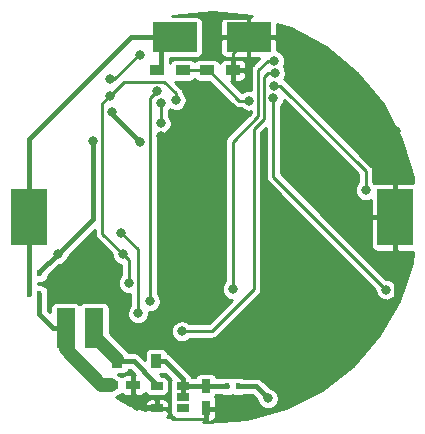
<source format=gbl>
G04 #@! TF.GenerationSoftware,KiCad,Pcbnew,no-vcs-found-7520~57~ubuntu16.04.1*
G04 #@! TF.CreationDate,2017-01-26T11:22:07+02:00*
G04 #@! TF.ProjectId,temperature_humidity,74656D70657261747572655F68756D69,rev?*
G04 #@! TF.FileFunction,Copper,L2,Bot,Signal*
G04 #@! TF.FilePolarity,Positive*
%FSLAX46Y46*%
G04 Gerber Fmt 4.6, Leading zero omitted, Abs format (unit mm)*
G04 Created by KiCad (PCBNEW no-vcs-found-7520~57~ubuntu16.04.1) date Thu Jan 26 11:22:07 2017*
%MOMM*%
%LPD*%
G01*
G04 APERTURE LIST*
%ADD10C,0.100000*%
%ADD11R,3.149600X4.775200*%
%ADD12R,1.200000X0.750000*%
%ADD13R,3.750000X2.500000*%
%ADD14R,0.750000X1.200000*%
%ADD15R,0.900000X1.200000*%
%ADD16R,1.600000X3.400000*%
%ADD17R,1.060000X0.650000*%
%ADD18R,1.200000X0.900000*%
%ADD19R,0.400000X0.600000*%
%ADD20C,0.800000*%
%ADD21C,0.250000*%
%ADD22C,0.450000*%
%ADD23C,1.200000*%
%ADD24C,0.254000*%
G04 APERTURE END LIST*
D10*
D11*
X101346000Y-86868000D03*
X132384800Y-86868000D03*
D12*
X108270000Y-101092000D03*
X110170000Y-101092000D03*
D13*
X119965000Y-71628000D03*
X113715000Y-71628000D03*
D14*
X116332000Y-101158000D03*
X116332000Y-103058000D03*
D15*
X108840000Y-99060000D03*
X112140000Y-99060000D03*
D16*
X106864000Y-96266000D03*
X104464000Y-96266000D03*
D17*
X112184000Y-101158000D03*
X112184000Y-103058000D03*
X114384000Y-103058000D03*
X114384000Y-102108000D03*
X114384000Y-101158000D03*
D18*
X112184000Y-74422000D03*
X114384000Y-74422000D03*
X116418000Y-74422000D03*
X118618000Y-74422000D03*
D19*
X102250000Y-93400000D03*
X101350000Y-93400000D03*
X102250000Y-91600000D03*
X101350000Y-91600000D03*
X119050000Y-101200000D03*
X118150000Y-101200000D03*
D20*
X133600000Y-90200000D03*
X112522000Y-80010000D03*
X128200000Y-78200000D03*
X132400000Y-79600000D03*
X116796975Y-70121872D03*
X110490000Y-102870000D03*
X122193044Y-74682769D03*
X114300000Y-96520000D03*
X108400008Y-78000000D03*
X121600000Y-102200000D03*
X106800000Y-80400000D03*
X103800000Y-90000000D03*
X110744000Y-80518000D03*
X108200000Y-76600000D03*
X109824990Y-92456000D03*
X109330023Y-90009577D03*
X113792000Y-76948990D03*
X109193988Y-88200000D03*
X110600000Y-94999992D03*
X112521500Y-78914469D03*
X112548011Y-77230892D03*
X122134383Y-73634397D03*
X118618000Y-92963988D03*
X112212039Y-76175931D03*
X111599994Y-94000000D03*
X122078199Y-75731036D03*
X129875010Y-84582000D03*
X122050023Y-76798569D03*
X131609790Y-93000000D03*
X108200008Y-75200000D03*
X110744000Y-73152000D03*
X119999992Y-77000000D03*
D21*
X133600000Y-90200000D02*
X133034315Y-90200000D01*
X133034315Y-90200000D02*
X132384800Y-89550485D01*
X132384800Y-89550485D02*
X132384800Y-86868000D01*
X112184000Y-103058000D02*
X112858000Y-103058000D01*
X112858000Y-103058000D02*
X113400000Y-103600000D01*
X113400000Y-103600000D02*
X113400000Y-103800000D01*
X113400000Y-103800000D02*
X113600000Y-104000000D01*
X113600000Y-104000000D02*
X116264000Y-104000000D01*
X116264000Y-104000000D02*
X116332000Y-103932000D01*
X116332000Y-103932000D02*
X116332000Y-103468000D01*
X116332000Y-103468000D02*
X116600000Y-103200000D01*
X116600000Y-103200000D02*
X122400000Y-103200000D01*
X122400000Y-103200000D02*
X124000000Y-101600000D01*
X124000000Y-101600000D02*
X124000000Y-98000000D01*
X114000000Y-98000000D02*
X124000000Y-98000000D01*
X124000000Y-98000000D02*
X128400000Y-98000000D01*
X112522000Y-80010000D02*
X112522000Y-80575685D01*
X112522000Y-80575685D02*
X113400000Y-81453685D01*
X113400000Y-81453685D02*
X113400000Y-97400000D01*
X113400000Y-97400000D02*
X114000000Y-98000000D01*
X128400000Y-98000000D02*
X132384800Y-94015200D01*
X132384800Y-94015200D02*
X132384800Y-86868000D01*
X118618000Y-74582000D02*
X118618000Y-74422000D01*
X129600000Y-79600000D02*
X128200000Y-78200000D01*
X128200000Y-77738000D02*
X128200000Y-78200000D01*
X132400000Y-79600000D02*
X129600000Y-79600000D01*
X122090000Y-71628000D02*
X128200000Y-77738000D01*
X119965000Y-71628000D02*
X122090000Y-71628000D01*
X119965000Y-71628000D02*
X119965000Y-70000000D01*
X119965000Y-70000000D02*
X116918847Y-70000000D01*
X116918847Y-70000000D02*
X116796975Y-70121872D01*
X116332000Y-103932000D02*
X116332000Y-103058000D01*
X112184000Y-103058000D02*
X111458000Y-103058000D01*
X111458000Y-103058000D02*
X110170000Y-101770000D01*
X110170000Y-101770000D02*
X110170000Y-101092000D01*
X110490000Y-102870000D02*
X111996000Y-102870000D01*
X111996000Y-102870000D02*
X112184000Y-103058000D01*
X118618000Y-74422000D02*
X118618000Y-72975000D01*
X118618000Y-72975000D02*
X119965000Y-71628000D01*
X120382998Y-92977002D02*
X120382999Y-79417003D01*
X121275013Y-78524989D02*
X121275013Y-75035115D01*
X121275013Y-75035115D02*
X121627359Y-74682769D01*
X121627359Y-74682769D02*
X122193044Y-74682769D01*
X120382999Y-79417003D02*
X121275013Y-78524989D01*
X116840000Y-96520000D02*
X120382998Y-92977002D01*
X114300000Y-96520000D02*
X116840000Y-96520000D01*
D22*
X108400008Y-78174008D02*
X108400008Y-78000000D01*
X110744000Y-80518000D02*
X108400008Y-78174008D01*
X119050000Y-101200000D02*
X120600000Y-101200000D01*
X120600000Y-101200000D02*
X121600000Y-102200000D01*
X102250000Y-91600000D02*
X102250000Y-91550000D01*
X102250000Y-91550000D02*
X103800000Y-90000000D01*
X103800000Y-90000000D02*
X106800000Y-87000000D01*
X106800000Y-87000000D02*
X106800000Y-80400000D01*
D21*
X109330023Y-90009577D02*
X107575002Y-88254556D01*
X107575002Y-88254556D02*
X107575002Y-77224998D01*
X107575002Y-77224998D02*
X108200000Y-76600000D01*
X109399070Y-75400930D02*
X108200000Y-76600000D01*
X112809625Y-75400930D02*
X109399070Y-75400930D01*
X113792000Y-76948990D02*
X113792000Y-76383305D01*
X113792000Y-76383305D02*
X112809625Y-75400930D01*
X109824990Y-90504544D02*
X109824990Y-92456000D01*
X109330023Y-90009577D02*
X109824990Y-90504544D01*
X110600000Y-89606012D02*
X109193988Y-88200000D01*
X110600000Y-94999992D02*
X110600000Y-89606012D01*
X112548011Y-77230892D02*
X112548011Y-78887958D01*
X112548011Y-78887958D02*
X112521500Y-78914469D01*
X118618000Y-80474880D02*
X118618000Y-92963988D01*
X122134383Y-73634397D02*
X121568698Y-73634397D01*
X120775006Y-78317874D02*
X118618000Y-80474880D01*
X121568698Y-73634397D02*
X120775006Y-74428089D01*
X120775006Y-74428089D02*
X120775006Y-78317874D01*
X111599994Y-76787976D02*
X112212039Y-76175931D01*
X111599994Y-94000000D02*
X111599994Y-76787976D01*
X108840000Y-99060000D02*
X108840000Y-98910000D01*
D23*
X108840000Y-98910000D02*
X106864000Y-96934000D01*
D21*
X106864000Y-96934000D02*
X106864000Y-96266000D01*
D22*
X111979000Y-101158000D02*
X111979000Y-100803000D01*
X111979000Y-100803000D02*
X110236000Y-99060000D01*
X110236000Y-99060000D02*
X108840000Y-99060000D01*
D21*
X112184000Y-101158000D02*
X111979000Y-101158000D01*
X122643884Y-75731036D02*
X122078199Y-75731036D01*
X129875010Y-82962162D02*
X122643884Y-75731036D01*
X129875010Y-84582000D02*
X129875010Y-82962162D01*
X122050023Y-83440233D02*
X122050023Y-76798569D01*
X131609790Y-93000000D02*
X122050023Y-83440233D01*
X110744000Y-73152000D02*
X110648000Y-73152000D01*
X110648000Y-73152000D02*
X108600000Y-75200000D01*
X108600000Y-75200000D02*
X108200008Y-75200000D01*
X119146000Y-77000000D02*
X119999992Y-77000000D01*
X116418000Y-74422000D02*
X116568000Y-74422000D01*
X116568000Y-74422000D02*
X119146000Y-77000000D01*
X116418000Y-74422000D02*
X114384000Y-74422000D01*
D22*
X101350000Y-91600000D02*
X101350000Y-93400000D01*
X101350000Y-91600000D02*
X101350000Y-86872000D01*
X101350000Y-86872000D02*
X101346000Y-86868000D01*
X113715000Y-71628000D02*
X109972000Y-71628000D01*
X109972000Y-71628000D02*
X101346000Y-80254000D01*
X101346000Y-80254000D02*
X101346000Y-86868000D01*
X101346000Y-86868000D02*
X101214000Y-87000000D01*
X101214000Y-87000000D02*
X101400000Y-87000000D01*
X112184000Y-74422000D02*
X112522000Y-74084000D01*
X112522000Y-74084000D02*
X112522000Y-72821000D01*
X112522000Y-72821000D02*
X113715000Y-71628000D01*
X102250000Y-93400000D02*
X102250000Y-95102000D01*
X103414000Y-96266000D02*
X104464000Y-96266000D01*
X102250000Y-95102000D02*
X103414000Y-96266000D01*
D23*
X108270000Y-101092000D02*
X107492000Y-101092000D01*
X107492000Y-101092000D02*
X104464000Y-98064000D01*
X104464000Y-98064000D02*
X104464000Y-96266000D01*
X107986000Y-101092000D02*
X108270000Y-101092000D01*
D22*
X116332000Y-101158000D02*
X118108000Y-101158000D01*
D21*
X118108000Y-101158000D02*
X118150000Y-101200000D01*
X111810000Y-99060000D02*
X112140000Y-99060000D01*
D22*
X114384000Y-101158000D02*
X116332000Y-101158000D01*
X114384000Y-101158000D02*
X114384000Y-100583000D01*
X112861000Y-99060000D02*
X112140000Y-99060000D01*
X114384000Y-100583000D02*
X112861000Y-99060000D01*
X114384000Y-102108000D02*
X114384000Y-101158000D01*
D24*
G36*
X120240626Y-69851000D02*
X120169750Y-69851000D01*
X120038000Y-69982750D01*
X120038000Y-71555000D01*
X122235250Y-71555000D01*
X122367000Y-71423250D01*
X122367000Y-70490718D01*
X123568086Y-70862516D01*
X126548765Y-72474163D01*
X129159641Y-74634068D01*
X131301265Y-77259958D01*
X132892064Y-80251816D01*
X133871445Y-83495683D01*
X133916325Y-83953400D01*
X132589550Y-83953400D01*
X132457800Y-84085150D01*
X132457800Y-86795000D01*
X132477800Y-86795000D01*
X132477800Y-86941000D01*
X132457800Y-86941000D01*
X132457800Y-89650850D01*
X132589550Y-89782600D01*
X133888377Y-89782600D01*
X133770645Y-90714548D01*
X132701071Y-93929804D01*
X131027355Y-96876078D01*
X128813246Y-99441147D01*
X126143081Y-101527309D01*
X123118563Y-103055103D01*
X119854898Y-103966335D01*
X116476396Y-104226296D01*
X116127551Y-104184699D01*
X116259000Y-104053250D01*
X116259000Y-103131000D01*
X116405000Y-103131000D01*
X116405000Y-104053250D01*
X116536750Y-104185000D01*
X116758905Y-104185000D01*
X116860720Y-104164748D01*
X116956628Y-104125021D01*
X117042943Y-104067348D01*
X117116348Y-103993943D01*
X117174021Y-103907628D01*
X117213748Y-103811720D01*
X117234000Y-103709905D01*
X117234000Y-103262750D01*
X117102250Y-103131000D01*
X116405000Y-103131000D01*
X116259000Y-103131000D01*
X116239000Y-103131000D01*
X116239000Y-102985000D01*
X116259000Y-102985000D01*
X116259000Y-102965000D01*
X116405000Y-102965000D01*
X116405000Y-102985000D01*
X117102250Y-102985000D01*
X117234000Y-102853250D01*
X117234000Y-102406095D01*
X117213748Y-102304280D01*
X117174021Y-102208372D01*
X117116348Y-102122057D01*
X117101863Y-102107572D01*
X117147304Y-102052202D01*
X117196239Y-101960650D01*
X117211604Y-101910000D01*
X117618872Y-101910000D01*
X117655798Y-101940304D01*
X117747350Y-101989239D01*
X117846690Y-102019374D01*
X117950000Y-102029549D01*
X118350000Y-102029549D01*
X118453310Y-102019374D01*
X118552650Y-101989239D01*
X118600000Y-101963930D01*
X118647350Y-101989239D01*
X118746690Y-102019374D01*
X118850000Y-102029549D01*
X119250000Y-102029549D01*
X119353310Y-102019374D01*
X119452650Y-101989239D01*
X119522320Y-101952000D01*
X120288512Y-101952000D01*
X120684668Y-102348157D01*
X120704599Y-102456752D01*
X120771522Y-102625780D01*
X120870001Y-102778590D01*
X120996286Y-102909362D01*
X121145566Y-103013114D01*
X121312155Y-103085895D01*
X121489708Y-103124932D01*
X121671463Y-103128740D01*
X121850495Y-103097171D01*
X122019986Y-103031430D01*
X122173479Y-102934020D01*
X122305130Y-102808651D01*
X122409921Y-102660099D01*
X122483864Y-102494022D01*
X122524140Y-102316746D01*
X122527039Y-102109103D01*
X122491729Y-101930771D01*
X122422452Y-101762694D01*
X122321849Y-101611274D01*
X122193751Y-101482278D01*
X122043037Y-101380621D01*
X121875448Y-101310173D01*
X121747371Y-101283882D01*
X121131744Y-100668256D01*
X121078078Y-100624174D01*
X121024855Y-100579515D01*
X121021389Y-100577610D01*
X121018334Y-100575100D01*
X120957125Y-100542280D01*
X120896244Y-100508810D01*
X120892474Y-100507614D01*
X120888990Y-100505746D01*
X120822566Y-100485438D01*
X120756350Y-100464433D01*
X120752421Y-100463992D01*
X120748639Y-100462836D01*
X120679561Y-100455820D01*
X120610500Y-100448073D01*
X120602765Y-100448019D01*
X120602625Y-100448005D01*
X120602494Y-100448017D01*
X120600000Y-100448000D01*
X119522320Y-100448000D01*
X119452650Y-100410761D01*
X119353310Y-100380626D01*
X119250000Y-100370451D01*
X118850000Y-100370451D01*
X118746690Y-100380626D01*
X118647350Y-100410761D01*
X118600000Y-100436070D01*
X118552650Y-100410761D01*
X118453310Y-100380626D01*
X118350000Y-100370451D01*
X117950000Y-100370451D01*
X117846690Y-100380626D01*
X117763045Y-100406000D01*
X117211604Y-100406000D01*
X117196239Y-100355350D01*
X117147304Y-100263798D01*
X117081448Y-100183552D01*
X117001202Y-100117696D01*
X116909650Y-100068761D01*
X116810310Y-100038626D01*
X116707000Y-100028451D01*
X115957000Y-100028451D01*
X115853690Y-100038626D01*
X115754350Y-100068761D01*
X115662798Y-100117696D01*
X115582552Y-100183552D01*
X115516696Y-100263798D01*
X115467761Y-100355350D01*
X115452396Y-100406000D01*
X115224413Y-100406000D01*
X115208202Y-100392696D01*
X115116650Y-100343761D01*
X115091647Y-100336176D01*
X115082221Y-100303731D01*
X115080403Y-100300223D01*
X115079259Y-100296435D01*
X115046625Y-100235059D01*
X115014680Y-100173432D01*
X115012215Y-100170344D01*
X115010357Y-100166850D01*
X114966447Y-100113010D01*
X114923117Y-100058732D01*
X114917691Y-100053230D01*
X114917597Y-100053115D01*
X114917490Y-100053027D01*
X114915744Y-100051256D01*
X113392744Y-98528256D01*
X113339078Y-98484174D01*
X113285855Y-98439515D01*
X113282389Y-98437610D01*
X113279334Y-98435100D01*
X113218125Y-98402280D01*
X113157244Y-98368810D01*
X113153474Y-98367614D01*
X113149990Y-98365746D01*
X113108250Y-98352985D01*
X113079239Y-98257350D01*
X113030304Y-98165798D01*
X112964448Y-98085552D01*
X112884202Y-98019696D01*
X112792650Y-97970761D01*
X112693310Y-97940626D01*
X112590000Y-97930451D01*
X111690000Y-97930451D01*
X111586690Y-97940626D01*
X111487350Y-97970761D01*
X111395798Y-98019696D01*
X111315552Y-98085552D01*
X111249696Y-98165798D01*
X111200761Y-98257350D01*
X111170626Y-98356690D01*
X111160451Y-98460000D01*
X111160451Y-98920963D01*
X110767744Y-98528256D01*
X110714078Y-98484174D01*
X110660855Y-98439515D01*
X110657389Y-98437610D01*
X110654334Y-98435100D01*
X110593125Y-98402280D01*
X110532244Y-98368810D01*
X110528474Y-98367614D01*
X110524990Y-98365746D01*
X110458566Y-98345438D01*
X110392350Y-98324433D01*
X110388421Y-98323992D01*
X110384639Y-98322836D01*
X110315561Y-98315820D01*
X110246500Y-98308073D01*
X110238765Y-98308019D01*
X110238625Y-98308005D01*
X110238494Y-98308017D01*
X110236000Y-98308000D01*
X109794604Y-98308000D01*
X109779239Y-98257350D01*
X109730304Y-98165798D01*
X109664448Y-98085552D01*
X109584202Y-98019696D01*
X109496794Y-97972976D01*
X108193549Y-96669731D01*
X108193549Y-94566000D01*
X108183374Y-94462690D01*
X108153239Y-94363350D01*
X108104304Y-94271798D01*
X108038448Y-94191552D01*
X107958202Y-94125696D01*
X107866650Y-94076761D01*
X107767310Y-94046626D01*
X107664000Y-94036451D01*
X106064000Y-94036451D01*
X105960690Y-94046626D01*
X105861350Y-94076761D01*
X105769798Y-94125696D01*
X105689552Y-94191552D01*
X105664000Y-94222687D01*
X105638448Y-94191552D01*
X105558202Y-94125696D01*
X105466650Y-94076761D01*
X105367310Y-94046626D01*
X105264000Y-94036451D01*
X103664000Y-94036451D01*
X103560690Y-94046626D01*
X103461350Y-94076761D01*
X103369798Y-94125696D01*
X103289552Y-94191552D01*
X103223696Y-94271798D01*
X103174761Y-94363350D01*
X103144626Y-94462690D01*
X103134451Y-94566000D01*
X103134451Y-94922963D01*
X103002000Y-94790512D01*
X103002000Y-93400000D01*
X102987678Y-93253936D01*
X102979549Y-93227011D01*
X102979549Y-93100000D01*
X102969374Y-92996690D01*
X102939239Y-92897350D01*
X102890304Y-92805798D01*
X102824448Y-92725552D01*
X102744202Y-92659696D01*
X102652650Y-92610761D01*
X102553310Y-92580626D01*
X102450000Y-92570451D01*
X102102000Y-92570451D01*
X102102000Y-92429549D01*
X102450000Y-92429549D01*
X102553310Y-92419374D01*
X102652650Y-92389239D01*
X102744202Y-92340304D01*
X102824448Y-92274448D01*
X102890304Y-92194202D01*
X102939239Y-92102650D01*
X102969374Y-92003310D01*
X102979549Y-91900000D01*
X102979549Y-91883939D01*
X103948296Y-90915192D01*
X104050495Y-90897171D01*
X104219986Y-90831430D01*
X104373479Y-90734020D01*
X104505130Y-90608651D01*
X104609921Y-90460099D01*
X104683864Y-90294022D01*
X104717495Y-90145993D01*
X106923002Y-87940487D01*
X106923002Y-88254556D01*
X106928880Y-88314509D01*
X106934128Y-88374493D01*
X106935084Y-88377785D01*
X106935419Y-88381197D01*
X106952822Y-88438839D01*
X106969629Y-88496688D01*
X106971207Y-88499733D01*
X106972198Y-88503014D01*
X107000472Y-88556189D01*
X107028189Y-88609661D01*
X107030327Y-88612340D01*
X107031937Y-88615367D01*
X107070020Y-88662062D01*
X107107577Y-88709108D01*
X107112282Y-88713880D01*
X107112362Y-88713978D01*
X107112452Y-88714053D01*
X107113968Y-88715590D01*
X108402963Y-90004584D01*
X108401805Y-90087522D01*
X108434622Y-90266329D01*
X108501545Y-90435357D01*
X108600024Y-90588167D01*
X108726309Y-90718939D01*
X108875589Y-90822691D01*
X109042178Y-90895472D01*
X109172990Y-90924232D01*
X109172990Y-91796970D01*
X109111431Y-91857253D01*
X109008723Y-92007254D01*
X108937107Y-92174347D01*
X108899310Y-92352168D01*
X108896772Y-92533945D01*
X108929589Y-92712752D01*
X108996512Y-92881780D01*
X109094991Y-93034590D01*
X109221276Y-93165362D01*
X109370556Y-93269114D01*
X109537145Y-93341895D01*
X109714698Y-93380932D01*
X109896453Y-93384740D01*
X109948000Y-93375651D01*
X109948000Y-94340962D01*
X109886441Y-94401245D01*
X109783733Y-94551246D01*
X109712117Y-94718339D01*
X109674320Y-94896160D01*
X109671782Y-95077937D01*
X109704599Y-95256744D01*
X109771522Y-95425772D01*
X109870001Y-95578582D01*
X109996286Y-95709354D01*
X110145566Y-95813106D01*
X110312155Y-95885887D01*
X110489708Y-95924924D01*
X110671463Y-95928732D01*
X110850495Y-95897163D01*
X111019986Y-95831422D01*
X111173479Y-95734012D01*
X111305130Y-95608643D01*
X111409921Y-95460091D01*
X111483864Y-95294014D01*
X111524140Y-95116738D01*
X111526807Y-94925709D01*
X111671457Y-94928740D01*
X111850489Y-94897171D01*
X112019980Y-94831430D01*
X112173473Y-94734020D01*
X112305124Y-94608651D01*
X112409915Y-94460099D01*
X112483858Y-94294022D01*
X112524134Y-94116746D01*
X112527033Y-93909103D01*
X112491723Y-93730771D01*
X112422446Y-93562694D01*
X112321843Y-93411274D01*
X112251994Y-93340935D01*
X112251994Y-79804396D01*
X112411208Y-79839401D01*
X112592963Y-79843209D01*
X112771995Y-79811640D01*
X112941486Y-79745899D01*
X113094979Y-79648489D01*
X113226630Y-79523120D01*
X113331421Y-79374568D01*
X113405364Y-79208491D01*
X113445640Y-79031215D01*
X113448539Y-78823572D01*
X113413229Y-78645240D01*
X113343952Y-78477163D01*
X113243349Y-78325743D01*
X113200011Y-78282101D01*
X113200011Y-77890138D01*
X113253141Y-77839543D01*
X113317571Y-77748207D01*
X113337566Y-77762104D01*
X113504155Y-77834885D01*
X113681708Y-77873922D01*
X113863463Y-77877730D01*
X114042495Y-77846161D01*
X114211986Y-77780420D01*
X114365479Y-77683010D01*
X114497130Y-77557641D01*
X114601921Y-77409089D01*
X114675864Y-77243012D01*
X114716140Y-77065736D01*
X114719039Y-76858093D01*
X114683729Y-76679761D01*
X114614452Y-76511684D01*
X114513849Y-76360264D01*
X114434346Y-76280204D01*
X114432873Y-76263368D01*
X114431918Y-76260081D01*
X114431583Y-76256664D01*
X114414153Y-76198934D01*
X114397372Y-76141173D01*
X114395796Y-76138132D01*
X114394804Y-76134847D01*
X114366512Y-76081637D01*
X114338813Y-76028200D01*
X114336675Y-76025521D01*
X114335065Y-76022494D01*
X114296982Y-75975799D01*
X114259425Y-75928753D01*
X114254720Y-75923981D01*
X114254640Y-75923883D01*
X114254550Y-75923808D01*
X114253034Y-75922271D01*
X113726665Y-75395902D01*
X113784000Y-75401549D01*
X114984000Y-75401549D01*
X115087310Y-75391374D01*
X115186650Y-75361239D01*
X115278202Y-75312304D01*
X115358448Y-75246448D01*
X115401000Y-75194598D01*
X115443552Y-75246448D01*
X115523798Y-75312304D01*
X115615350Y-75361239D01*
X115714690Y-75391374D01*
X115818000Y-75401549D01*
X116625481Y-75401549D01*
X118684967Y-77461034D01*
X118731518Y-77499271D01*
X118777642Y-77537974D01*
X118780647Y-77539626D01*
X118783296Y-77541802D01*
X118836371Y-77570261D01*
X118889150Y-77599276D01*
X118892418Y-77600313D01*
X118895440Y-77601933D01*
X118953066Y-77619551D01*
X119010442Y-77637752D01*
X119013846Y-77638134D01*
X119017127Y-77639137D01*
X119077133Y-77645233D01*
X119136897Y-77651936D01*
X119143588Y-77651983D01*
X119143725Y-77651997D01*
X119143853Y-77651985D01*
X119146000Y-77652000D01*
X119340884Y-77652000D01*
X119396278Y-77709362D01*
X119545558Y-77813114D01*
X119712147Y-77885895D01*
X119889700Y-77924932D01*
X120071455Y-77928740D01*
X120123006Y-77919650D01*
X120123006Y-78047806D01*
X118156966Y-80013846D01*
X118118690Y-80060445D01*
X118080026Y-80106522D01*
X118078376Y-80109524D01*
X118076198Y-80112175D01*
X118047728Y-80165272D01*
X118018724Y-80218030D01*
X118017687Y-80221298D01*
X118016067Y-80224320D01*
X117998449Y-80281946D01*
X117980248Y-80339322D01*
X117979866Y-80342726D01*
X117978863Y-80346007D01*
X117972772Y-80405969D01*
X117966064Y-80465777D01*
X117966017Y-80472478D01*
X117966004Y-80472605D01*
X117966015Y-80472723D01*
X117966000Y-80474880D01*
X117966000Y-92304958D01*
X117904441Y-92365241D01*
X117801733Y-92515242D01*
X117730117Y-92682335D01*
X117692320Y-92860156D01*
X117689782Y-93041933D01*
X117722599Y-93220740D01*
X117789522Y-93389768D01*
X117888001Y-93542578D01*
X118014286Y-93673350D01*
X118163566Y-93777102D01*
X118330155Y-93849883D01*
X118507708Y-93888920D01*
X118548165Y-93889768D01*
X116569932Y-95868000D01*
X114959015Y-95868000D01*
X114893751Y-95802278D01*
X114743037Y-95700621D01*
X114575448Y-95630173D01*
X114397367Y-95593618D01*
X114215577Y-95592349D01*
X114037003Y-95626413D01*
X113868447Y-95694515D01*
X113716328Y-95794058D01*
X113586441Y-95921253D01*
X113483733Y-96071254D01*
X113412117Y-96238347D01*
X113374320Y-96416168D01*
X113371782Y-96597945D01*
X113404599Y-96776752D01*
X113471522Y-96945780D01*
X113570001Y-97098590D01*
X113696286Y-97229362D01*
X113845566Y-97333114D01*
X114012155Y-97405895D01*
X114189708Y-97444932D01*
X114371463Y-97448740D01*
X114550495Y-97417171D01*
X114719986Y-97351430D01*
X114873479Y-97254020D01*
X114959609Y-97172000D01*
X116840000Y-97172000D01*
X116899953Y-97166122D01*
X116959937Y-97160874D01*
X116963229Y-97159918D01*
X116966641Y-97159583D01*
X117024283Y-97142180D01*
X117082132Y-97125373D01*
X117085177Y-97123795D01*
X117088458Y-97122804D01*
X117141633Y-97094530D01*
X117195105Y-97066813D01*
X117197784Y-97064675D01*
X117200811Y-97063065D01*
X117247506Y-97024982D01*
X117294552Y-96987425D01*
X117299324Y-96982720D01*
X117299422Y-96982640D01*
X117299497Y-96982550D01*
X117301034Y-96981034D01*
X120844032Y-93438035D01*
X120882288Y-93391462D01*
X120920972Y-93345360D01*
X120922622Y-93342358D01*
X120924800Y-93339707D01*
X120953270Y-93286610D01*
X120982274Y-93233852D01*
X120983311Y-93230584D01*
X120984931Y-93227562D01*
X121002549Y-93169936D01*
X121020750Y-93112560D01*
X121021132Y-93109156D01*
X121022135Y-93105875D01*
X121028226Y-93045913D01*
X121034934Y-92986105D01*
X121034981Y-92979404D01*
X121034994Y-92979277D01*
X121034983Y-92979159D01*
X121034998Y-92977002D01*
X121034999Y-79687071D01*
X121398023Y-79324046D01*
X121398023Y-83440233D01*
X121403901Y-83500186D01*
X121409149Y-83560170D01*
X121410105Y-83563462D01*
X121410440Y-83566874D01*
X121427843Y-83624516D01*
X121444650Y-83682365D01*
X121446228Y-83685410D01*
X121447219Y-83688691D01*
X121475493Y-83741866D01*
X121503210Y-83795338D01*
X121505348Y-83798017D01*
X121506958Y-83801044D01*
X121545041Y-83847739D01*
X121582598Y-83894785D01*
X121587303Y-83899557D01*
X121587383Y-83899655D01*
X121587473Y-83899730D01*
X121588989Y-83901267D01*
X130682730Y-92995008D01*
X130681572Y-93077945D01*
X130714389Y-93256752D01*
X130781312Y-93425780D01*
X130879791Y-93578590D01*
X131006076Y-93709362D01*
X131155356Y-93813114D01*
X131321945Y-93885895D01*
X131499498Y-93924932D01*
X131681253Y-93928740D01*
X131860285Y-93897171D01*
X132029776Y-93831430D01*
X132183269Y-93734020D01*
X132314920Y-93608651D01*
X132419711Y-93460099D01*
X132493654Y-93294022D01*
X132533930Y-93116746D01*
X132536829Y-92909103D01*
X132501519Y-92730771D01*
X132432242Y-92562694D01*
X132331639Y-92411274D01*
X132203541Y-92282278D01*
X132052827Y-92180621D01*
X131885238Y-92110173D01*
X131707157Y-92073618D01*
X131604761Y-92072903D01*
X126604608Y-87072750D01*
X130283000Y-87072750D01*
X130283000Y-89307505D01*
X130303252Y-89409320D01*
X130342979Y-89505228D01*
X130400652Y-89591543D01*
X130474057Y-89664948D01*
X130560372Y-89722621D01*
X130656280Y-89762348D01*
X130758095Y-89782600D01*
X132180050Y-89782600D01*
X132311800Y-89650850D01*
X132311800Y-86941000D01*
X130414750Y-86941000D01*
X130283000Y-87072750D01*
X126604608Y-87072750D01*
X122702023Y-83170165D01*
X122702023Y-77457815D01*
X122755153Y-77407220D01*
X122859944Y-77258668D01*
X122933887Y-77092591D01*
X122961561Y-76970781D01*
X129223010Y-83232229D01*
X129223010Y-83922970D01*
X129161451Y-83983253D01*
X129058743Y-84133254D01*
X128987127Y-84300347D01*
X128949330Y-84478168D01*
X128946792Y-84659945D01*
X128979609Y-84838752D01*
X129046532Y-85007780D01*
X129145011Y-85160590D01*
X129271296Y-85291362D01*
X129420576Y-85395114D01*
X129587165Y-85467895D01*
X129764718Y-85506932D01*
X129946473Y-85510740D01*
X130125505Y-85479171D01*
X130283000Y-85418083D01*
X130283000Y-86663250D01*
X130414750Y-86795000D01*
X132311800Y-86795000D01*
X132311800Y-84085150D01*
X132180050Y-83953400D01*
X130758095Y-83953400D01*
X130656280Y-83973652D01*
X130599460Y-83997188D01*
X130596859Y-83993274D01*
X130527010Y-83922935D01*
X130527010Y-82962162D01*
X130521123Y-82902119D01*
X130515883Y-82842225D01*
X130514928Y-82838938D01*
X130514593Y-82835521D01*
X130497163Y-82777791D01*
X130480382Y-82720030D01*
X130478806Y-82716990D01*
X130477814Y-82713704D01*
X130449501Y-82660454D01*
X130421822Y-82607057D01*
X130419687Y-82604382D01*
X130418075Y-82601351D01*
X130379969Y-82554629D01*
X130342435Y-82507610D01*
X130337733Y-82502842D01*
X130337650Y-82502740D01*
X130337556Y-82502662D01*
X130336043Y-82501128D01*
X123104918Y-75270002D01*
X123058319Y-75231726D01*
X123012242Y-75193062D01*
X123009240Y-75191412D01*
X123006589Y-75189234D01*
X122980228Y-75175100D01*
X123002965Y-75142868D01*
X123076908Y-74976791D01*
X123117184Y-74799515D01*
X123120083Y-74591872D01*
X123084773Y-74413540D01*
X123015496Y-74245463D01*
X122929313Y-74115747D01*
X122944304Y-74094496D01*
X123018247Y-73928419D01*
X123058523Y-73751143D01*
X123061422Y-73543500D01*
X123026112Y-73365168D01*
X122956835Y-73197091D01*
X122856232Y-73045671D01*
X122728134Y-72916675D01*
X122577420Y-72815018D01*
X122409831Y-72744570D01*
X122367000Y-72735778D01*
X122367000Y-71832750D01*
X122235250Y-71701000D01*
X120038000Y-71701000D01*
X120038000Y-73273250D01*
X120169750Y-73405000D01*
X120876027Y-73405000D01*
X120313972Y-73967055D01*
X120275696Y-74013654D01*
X120237032Y-74059731D01*
X120235382Y-74062733D01*
X120233204Y-74065384D01*
X120204734Y-74118481D01*
X120175730Y-74171239D01*
X120174693Y-74174507D01*
X120173073Y-74177529D01*
X120155455Y-74235155D01*
X120137254Y-74292531D01*
X120136872Y-74295935D01*
X120135869Y-74299216D01*
X120129778Y-74359178D01*
X120123070Y-74418986D01*
X120123023Y-74425687D01*
X120123010Y-74425814D01*
X120123021Y-74425932D01*
X120123006Y-74428089D01*
X120123006Y-76078883D01*
X120097359Y-76073618D01*
X119915569Y-76072349D01*
X119736995Y-76106413D01*
X119568439Y-76174515D01*
X119416320Y-76274058D01*
X119378834Y-76310767D01*
X118440159Y-75372091D01*
X118545000Y-75267250D01*
X118545000Y-74495000D01*
X118691000Y-74495000D01*
X118691000Y-75267250D01*
X118822750Y-75399000D01*
X119269905Y-75399000D01*
X119371720Y-75378748D01*
X119467628Y-75339021D01*
X119553943Y-75281348D01*
X119627348Y-75207943D01*
X119685021Y-75121628D01*
X119724748Y-75025720D01*
X119745000Y-74923905D01*
X119745000Y-74626750D01*
X119613250Y-74495000D01*
X118691000Y-74495000D01*
X118545000Y-74495000D01*
X118525000Y-74495000D01*
X118525000Y-74349000D01*
X118545000Y-74349000D01*
X118545000Y-73576750D01*
X118691000Y-73576750D01*
X118691000Y-74349000D01*
X119613250Y-74349000D01*
X119745000Y-74217250D01*
X119745000Y-73920095D01*
X119724748Y-73818280D01*
X119685021Y-73722372D01*
X119627348Y-73636057D01*
X119553943Y-73562652D01*
X119467628Y-73504979D01*
X119371720Y-73465252D01*
X119269905Y-73445000D01*
X118822750Y-73445000D01*
X118691000Y-73576750D01*
X118545000Y-73576750D01*
X118413250Y-73445000D01*
X117966095Y-73445000D01*
X117864280Y-73465252D01*
X117768372Y-73504979D01*
X117682057Y-73562652D01*
X117608652Y-73636057D01*
X117550979Y-73722372D01*
X117517504Y-73803187D01*
X117507239Y-73769350D01*
X117458304Y-73677798D01*
X117392448Y-73597552D01*
X117312202Y-73531696D01*
X117220650Y-73482761D01*
X117121310Y-73452626D01*
X117018000Y-73442451D01*
X115818000Y-73442451D01*
X115714690Y-73452626D01*
X115615350Y-73482761D01*
X115523798Y-73531696D01*
X115443552Y-73597552D01*
X115401000Y-73649402D01*
X115358448Y-73597552D01*
X115278202Y-73531696D01*
X115186650Y-73482761D01*
X115087310Y-73452626D01*
X114984000Y-73442451D01*
X113784000Y-73442451D01*
X113680690Y-73452626D01*
X113581350Y-73482761D01*
X113489798Y-73531696D01*
X113409552Y-73597552D01*
X113343696Y-73677798D01*
X113294761Y-73769350D01*
X113284000Y-73804824D01*
X113274000Y-73771859D01*
X113274000Y-73407549D01*
X115590000Y-73407549D01*
X115693310Y-73397374D01*
X115792650Y-73367239D01*
X115884202Y-73318304D01*
X115964448Y-73252448D01*
X116030304Y-73172202D01*
X116079239Y-73080650D01*
X116109374Y-72981310D01*
X116119549Y-72878000D01*
X116119549Y-71832750D01*
X117563000Y-71832750D01*
X117563000Y-72929905D01*
X117583252Y-73031720D01*
X117622979Y-73127628D01*
X117680652Y-73213943D01*
X117754057Y-73287348D01*
X117840372Y-73345021D01*
X117936280Y-73384748D01*
X118038095Y-73405000D01*
X119760250Y-73405000D01*
X119892000Y-73273250D01*
X119892000Y-71701000D01*
X117694750Y-71701000D01*
X117563000Y-71832750D01*
X116119549Y-71832750D01*
X116119549Y-70378000D01*
X116114437Y-70326095D01*
X117563000Y-70326095D01*
X117563000Y-71423250D01*
X117694750Y-71555000D01*
X119892000Y-71555000D01*
X119892000Y-69982750D01*
X119760250Y-69851000D01*
X118038095Y-69851000D01*
X117936280Y-69871252D01*
X117840372Y-69910979D01*
X117754057Y-69968652D01*
X117680652Y-70042057D01*
X117622979Y-70128372D01*
X117583252Y-70224280D01*
X117563000Y-70326095D01*
X116114437Y-70326095D01*
X116109374Y-70274690D01*
X116079239Y-70175350D01*
X116030304Y-70083798D01*
X115964448Y-70003552D01*
X115884202Y-69937696D01*
X115792650Y-69888761D01*
X115693310Y-69858626D01*
X115590000Y-69848451D01*
X113467665Y-69848451D01*
X113586666Y-69813427D01*
X116961209Y-69506319D01*
X120240626Y-69851000D01*
X120240626Y-69851000D01*
G37*
X120240626Y-69851000D02*
X120169750Y-69851000D01*
X120038000Y-69982750D01*
X120038000Y-71555000D01*
X122235250Y-71555000D01*
X122367000Y-71423250D01*
X122367000Y-70490718D01*
X123568086Y-70862516D01*
X126548765Y-72474163D01*
X129159641Y-74634068D01*
X131301265Y-77259958D01*
X132892064Y-80251816D01*
X133871445Y-83495683D01*
X133916325Y-83953400D01*
X132589550Y-83953400D01*
X132457800Y-84085150D01*
X132457800Y-86795000D01*
X132477800Y-86795000D01*
X132477800Y-86941000D01*
X132457800Y-86941000D01*
X132457800Y-89650850D01*
X132589550Y-89782600D01*
X133888377Y-89782600D01*
X133770645Y-90714548D01*
X132701071Y-93929804D01*
X131027355Y-96876078D01*
X128813246Y-99441147D01*
X126143081Y-101527309D01*
X123118563Y-103055103D01*
X119854898Y-103966335D01*
X116476396Y-104226296D01*
X116127551Y-104184699D01*
X116259000Y-104053250D01*
X116259000Y-103131000D01*
X116405000Y-103131000D01*
X116405000Y-104053250D01*
X116536750Y-104185000D01*
X116758905Y-104185000D01*
X116860720Y-104164748D01*
X116956628Y-104125021D01*
X117042943Y-104067348D01*
X117116348Y-103993943D01*
X117174021Y-103907628D01*
X117213748Y-103811720D01*
X117234000Y-103709905D01*
X117234000Y-103262750D01*
X117102250Y-103131000D01*
X116405000Y-103131000D01*
X116259000Y-103131000D01*
X116239000Y-103131000D01*
X116239000Y-102985000D01*
X116259000Y-102985000D01*
X116259000Y-102965000D01*
X116405000Y-102965000D01*
X116405000Y-102985000D01*
X117102250Y-102985000D01*
X117234000Y-102853250D01*
X117234000Y-102406095D01*
X117213748Y-102304280D01*
X117174021Y-102208372D01*
X117116348Y-102122057D01*
X117101863Y-102107572D01*
X117147304Y-102052202D01*
X117196239Y-101960650D01*
X117211604Y-101910000D01*
X117618872Y-101910000D01*
X117655798Y-101940304D01*
X117747350Y-101989239D01*
X117846690Y-102019374D01*
X117950000Y-102029549D01*
X118350000Y-102029549D01*
X118453310Y-102019374D01*
X118552650Y-101989239D01*
X118600000Y-101963930D01*
X118647350Y-101989239D01*
X118746690Y-102019374D01*
X118850000Y-102029549D01*
X119250000Y-102029549D01*
X119353310Y-102019374D01*
X119452650Y-101989239D01*
X119522320Y-101952000D01*
X120288512Y-101952000D01*
X120684668Y-102348157D01*
X120704599Y-102456752D01*
X120771522Y-102625780D01*
X120870001Y-102778590D01*
X120996286Y-102909362D01*
X121145566Y-103013114D01*
X121312155Y-103085895D01*
X121489708Y-103124932D01*
X121671463Y-103128740D01*
X121850495Y-103097171D01*
X122019986Y-103031430D01*
X122173479Y-102934020D01*
X122305130Y-102808651D01*
X122409921Y-102660099D01*
X122483864Y-102494022D01*
X122524140Y-102316746D01*
X122527039Y-102109103D01*
X122491729Y-101930771D01*
X122422452Y-101762694D01*
X122321849Y-101611274D01*
X122193751Y-101482278D01*
X122043037Y-101380621D01*
X121875448Y-101310173D01*
X121747371Y-101283882D01*
X121131744Y-100668256D01*
X121078078Y-100624174D01*
X121024855Y-100579515D01*
X121021389Y-100577610D01*
X121018334Y-100575100D01*
X120957125Y-100542280D01*
X120896244Y-100508810D01*
X120892474Y-100507614D01*
X120888990Y-100505746D01*
X120822566Y-100485438D01*
X120756350Y-100464433D01*
X120752421Y-100463992D01*
X120748639Y-100462836D01*
X120679561Y-100455820D01*
X120610500Y-100448073D01*
X120602765Y-100448019D01*
X120602625Y-100448005D01*
X120602494Y-100448017D01*
X120600000Y-100448000D01*
X119522320Y-100448000D01*
X119452650Y-100410761D01*
X119353310Y-100380626D01*
X119250000Y-100370451D01*
X118850000Y-100370451D01*
X118746690Y-100380626D01*
X118647350Y-100410761D01*
X118600000Y-100436070D01*
X118552650Y-100410761D01*
X118453310Y-100380626D01*
X118350000Y-100370451D01*
X117950000Y-100370451D01*
X117846690Y-100380626D01*
X117763045Y-100406000D01*
X117211604Y-100406000D01*
X117196239Y-100355350D01*
X117147304Y-100263798D01*
X117081448Y-100183552D01*
X117001202Y-100117696D01*
X116909650Y-100068761D01*
X116810310Y-100038626D01*
X116707000Y-100028451D01*
X115957000Y-100028451D01*
X115853690Y-100038626D01*
X115754350Y-100068761D01*
X115662798Y-100117696D01*
X115582552Y-100183552D01*
X115516696Y-100263798D01*
X115467761Y-100355350D01*
X115452396Y-100406000D01*
X115224413Y-100406000D01*
X115208202Y-100392696D01*
X115116650Y-100343761D01*
X115091647Y-100336176D01*
X115082221Y-100303731D01*
X115080403Y-100300223D01*
X115079259Y-100296435D01*
X115046625Y-100235059D01*
X115014680Y-100173432D01*
X115012215Y-100170344D01*
X115010357Y-100166850D01*
X114966447Y-100113010D01*
X114923117Y-100058732D01*
X114917691Y-100053230D01*
X114917597Y-100053115D01*
X114917490Y-100053027D01*
X114915744Y-100051256D01*
X113392744Y-98528256D01*
X113339078Y-98484174D01*
X113285855Y-98439515D01*
X113282389Y-98437610D01*
X113279334Y-98435100D01*
X113218125Y-98402280D01*
X113157244Y-98368810D01*
X113153474Y-98367614D01*
X113149990Y-98365746D01*
X113108250Y-98352985D01*
X113079239Y-98257350D01*
X113030304Y-98165798D01*
X112964448Y-98085552D01*
X112884202Y-98019696D01*
X112792650Y-97970761D01*
X112693310Y-97940626D01*
X112590000Y-97930451D01*
X111690000Y-97930451D01*
X111586690Y-97940626D01*
X111487350Y-97970761D01*
X111395798Y-98019696D01*
X111315552Y-98085552D01*
X111249696Y-98165798D01*
X111200761Y-98257350D01*
X111170626Y-98356690D01*
X111160451Y-98460000D01*
X111160451Y-98920963D01*
X110767744Y-98528256D01*
X110714078Y-98484174D01*
X110660855Y-98439515D01*
X110657389Y-98437610D01*
X110654334Y-98435100D01*
X110593125Y-98402280D01*
X110532244Y-98368810D01*
X110528474Y-98367614D01*
X110524990Y-98365746D01*
X110458566Y-98345438D01*
X110392350Y-98324433D01*
X110388421Y-98323992D01*
X110384639Y-98322836D01*
X110315561Y-98315820D01*
X110246500Y-98308073D01*
X110238765Y-98308019D01*
X110238625Y-98308005D01*
X110238494Y-98308017D01*
X110236000Y-98308000D01*
X109794604Y-98308000D01*
X109779239Y-98257350D01*
X109730304Y-98165798D01*
X109664448Y-98085552D01*
X109584202Y-98019696D01*
X109496794Y-97972976D01*
X108193549Y-96669731D01*
X108193549Y-94566000D01*
X108183374Y-94462690D01*
X108153239Y-94363350D01*
X108104304Y-94271798D01*
X108038448Y-94191552D01*
X107958202Y-94125696D01*
X107866650Y-94076761D01*
X107767310Y-94046626D01*
X107664000Y-94036451D01*
X106064000Y-94036451D01*
X105960690Y-94046626D01*
X105861350Y-94076761D01*
X105769798Y-94125696D01*
X105689552Y-94191552D01*
X105664000Y-94222687D01*
X105638448Y-94191552D01*
X105558202Y-94125696D01*
X105466650Y-94076761D01*
X105367310Y-94046626D01*
X105264000Y-94036451D01*
X103664000Y-94036451D01*
X103560690Y-94046626D01*
X103461350Y-94076761D01*
X103369798Y-94125696D01*
X103289552Y-94191552D01*
X103223696Y-94271798D01*
X103174761Y-94363350D01*
X103144626Y-94462690D01*
X103134451Y-94566000D01*
X103134451Y-94922963D01*
X103002000Y-94790512D01*
X103002000Y-93400000D01*
X102987678Y-93253936D01*
X102979549Y-93227011D01*
X102979549Y-93100000D01*
X102969374Y-92996690D01*
X102939239Y-92897350D01*
X102890304Y-92805798D01*
X102824448Y-92725552D01*
X102744202Y-92659696D01*
X102652650Y-92610761D01*
X102553310Y-92580626D01*
X102450000Y-92570451D01*
X102102000Y-92570451D01*
X102102000Y-92429549D01*
X102450000Y-92429549D01*
X102553310Y-92419374D01*
X102652650Y-92389239D01*
X102744202Y-92340304D01*
X102824448Y-92274448D01*
X102890304Y-92194202D01*
X102939239Y-92102650D01*
X102969374Y-92003310D01*
X102979549Y-91900000D01*
X102979549Y-91883939D01*
X103948296Y-90915192D01*
X104050495Y-90897171D01*
X104219986Y-90831430D01*
X104373479Y-90734020D01*
X104505130Y-90608651D01*
X104609921Y-90460099D01*
X104683864Y-90294022D01*
X104717495Y-90145993D01*
X106923002Y-87940487D01*
X106923002Y-88254556D01*
X106928880Y-88314509D01*
X106934128Y-88374493D01*
X106935084Y-88377785D01*
X106935419Y-88381197D01*
X106952822Y-88438839D01*
X106969629Y-88496688D01*
X106971207Y-88499733D01*
X106972198Y-88503014D01*
X107000472Y-88556189D01*
X107028189Y-88609661D01*
X107030327Y-88612340D01*
X107031937Y-88615367D01*
X107070020Y-88662062D01*
X107107577Y-88709108D01*
X107112282Y-88713880D01*
X107112362Y-88713978D01*
X107112452Y-88714053D01*
X107113968Y-88715590D01*
X108402963Y-90004584D01*
X108401805Y-90087522D01*
X108434622Y-90266329D01*
X108501545Y-90435357D01*
X108600024Y-90588167D01*
X108726309Y-90718939D01*
X108875589Y-90822691D01*
X109042178Y-90895472D01*
X109172990Y-90924232D01*
X109172990Y-91796970D01*
X109111431Y-91857253D01*
X109008723Y-92007254D01*
X108937107Y-92174347D01*
X108899310Y-92352168D01*
X108896772Y-92533945D01*
X108929589Y-92712752D01*
X108996512Y-92881780D01*
X109094991Y-93034590D01*
X109221276Y-93165362D01*
X109370556Y-93269114D01*
X109537145Y-93341895D01*
X109714698Y-93380932D01*
X109896453Y-93384740D01*
X109948000Y-93375651D01*
X109948000Y-94340962D01*
X109886441Y-94401245D01*
X109783733Y-94551246D01*
X109712117Y-94718339D01*
X109674320Y-94896160D01*
X109671782Y-95077937D01*
X109704599Y-95256744D01*
X109771522Y-95425772D01*
X109870001Y-95578582D01*
X109996286Y-95709354D01*
X110145566Y-95813106D01*
X110312155Y-95885887D01*
X110489708Y-95924924D01*
X110671463Y-95928732D01*
X110850495Y-95897163D01*
X111019986Y-95831422D01*
X111173479Y-95734012D01*
X111305130Y-95608643D01*
X111409921Y-95460091D01*
X111483864Y-95294014D01*
X111524140Y-95116738D01*
X111526807Y-94925709D01*
X111671457Y-94928740D01*
X111850489Y-94897171D01*
X112019980Y-94831430D01*
X112173473Y-94734020D01*
X112305124Y-94608651D01*
X112409915Y-94460099D01*
X112483858Y-94294022D01*
X112524134Y-94116746D01*
X112527033Y-93909103D01*
X112491723Y-93730771D01*
X112422446Y-93562694D01*
X112321843Y-93411274D01*
X112251994Y-93340935D01*
X112251994Y-79804396D01*
X112411208Y-79839401D01*
X112592963Y-79843209D01*
X112771995Y-79811640D01*
X112941486Y-79745899D01*
X113094979Y-79648489D01*
X113226630Y-79523120D01*
X113331421Y-79374568D01*
X113405364Y-79208491D01*
X113445640Y-79031215D01*
X113448539Y-78823572D01*
X113413229Y-78645240D01*
X113343952Y-78477163D01*
X113243349Y-78325743D01*
X113200011Y-78282101D01*
X113200011Y-77890138D01*
X113253141Y-77839543D01*
X113317571Y-77748207D01*
X113337566Y-77762104D01*
X113504155Y-77834885D01*
X113681708Y-77873922D01*
X113863463Y-77877730D01*
X114042495Y-77846161D01*
X114211986Y-77780420D01*
X114365479Y-77683010D01*
X114497130Y-77557641D01*
X114601921Y-77409089D01*
X114675864Y-77243012D01*
X114716140Y-77065736D01*
X114719039Y-76858093D01*
X114683729Y-76679761D01*
X114614452Y-76511684D01*
X114513849Y-76360264D01*
X114434346Y-76280204D01*
X114432873Y-76263368D01*
X114431918Y-76260081D01*
X114431583Y-76256664D01*
X114414153Y-76198934D01*
X114397372Y-76141173D01*
X114395796Y-76138132D01*
X114394804Y-76134847D01*
X114366512Y-76081637D01*
X114338813Y-76028200D01*
X114336675Y-76025521D01*
X114335065Y-76022494D01*
X114296982Y-75975799D01*
X114259425Y-75928753D01*
X114254720Y-75923981D01*
X114254640Y-75923883D01*
X114254550Y-75923808D01*
X114253034Y-75922271D01*
X113726665Y-75395902D01*
X113784000Y-75401549D01*
X114984000Y-75401549D01*
X115087310Y-75391374D01*
X115186650Y-75361239D01*
X115278202Y-75312304D01*
X115358448Y-75246448D01*
X115401000Y-75194598D01*
X115443552Y-75246448D01*
X115523798Y-75312304D01*
X115615350Y-75361239D01*
X115714690Y-75391374D01*
X115818000Y-75401549D01*
X116625481Y-75401549D01*
X118684967Y-77461034D01*
X118731518Y-77499271D01*
X118777642Y-77537974D01*
X118780647Y-77539626D01*
X118783296Y-77541802D01*
X118836371Y-77570261D01*
X118889150Y-77599276D01*
X118892418Y-77600313D01*
X118895440Y-77601933D01*
X118953066Y-77619551D01*
X119010442Y-77637752D01*
X119013846Y-77638134D01*
X119017127Y-77639137D01*
X119077133Y-77645233D01*
X119136897Y-77651936D01*
X119143588Y-77651983D01*
X119143725Y-77651997D01*
X119143853Y-77651985D01*
X119146000Y-77652000D01*
X119340884Y-77652000D01*
X119396278Y-77709362D01*
X119545558Y-77813114D01*
X119712147Y-77885895D01*
X119889700Y-77924932D01*
X120071455Y-77928740D01*
X120123006Y-77919650D01*
X120123006Y-78047806D01*
X118156966Y-80013846D01*
X118118690Y-80060445D01*
X118080026Y-80106522D01*
X118078376Y-80109524D01*
X118076198Y-80112175D01*
X118047728Y-80165272D01*
X118018724Y-80218030D01*
X118017687Y-80221298D01*
X118016067Y-80224320D01*
X117998449Y-80281946D01*
X117980248Y-80339322D01*
X117979866Y-80342726D01*
X117978863Y-80346007D01*
X117972772Y-80405969D01*
X117966064Y-80465777D01*
X117966017Y-80472478D01*
X117966004Y-80472605D01*
X117966015Y-80472723D01*
X117966000Y-80474880D01*
X117966000Y-92304958D01*
X117904441Y-92365241D01*
X117801733Y-92515242D01*
X117730117Y-92682335D01*
X117692320Y-92860156D01*
X117689782Y-93041933D01*
X117722599Y-93220740D01*
X117789522Y-93389768D01*
X117888001Y-93542578D01*
X118014286Y-93673350D01*
X118163566Y-93777102D01*
X118330155Y-93849883D01*
X118507708Y-93888920D01*
X118548165Y-93889768D01*
X116569932Y-95868000D01*
X114959015Y-95868000D01*
X114893751Y-95802278D01*
X114743037Y-95700621D01*
X114575448Y-95630173D01*
X114397367Y-95593618D01*
X114215577Y-95592349D01*
X114037003Y-95626413D01*
X113868447Y-95694515D01*
X113716328Y-95794058D01*
X113586441Y-95921253D01*
X113483733Y-96071254D01*
X113412117Y-96238347D01*
X113374320Y-96416168D01*
X113371782Y-96597945D01*
X113404599Y-96776752D01*
X113471522Y-96945780D01*
X113570001Y-97098590D01*
X113696286Y-97229362D01*
X113845566Y-97333114D01*
X114012155Y-97405895D01*
X114189708Y-97444932D01*
X114371463Y-97448740D01*
X114550495Y-97417171D01*
X114719986Y-97351430D01*
X114873479Y-97254020D01*
X114959609Y-97172000D01*
X116840000Y-97172000D01*
X116899953Y-97166122D01*
X116959937Y-97160874D01*
X116963229Y-97159918D01*
X116966641Y-97159583D01*
X117024283Y-97142180D01*
X117082132Y-97125373D01*
X117085177Y-97123795D01*
X117088458Y-97122804D01*
X117141633Y-97094530D01*
X117195105Y-97066813D01*
X117197784Y-97064675D01*
X117200811Y-97063065D01*
X117247506Y-97024982D01*
X117294552Y-96987425D01*
X117299324Y-96982720D01*
X117299422Y-96982640D01*
X117299497Y-96982550D01*
X117301034Y-96981034D01*
X120844032Y-93438035D01*
X120882288Y-93391462D01*
X120920972Y-93345360D01*
X120922622Y-93342358D01*
X120924800Y-93339707D01*
X120953270Y-93286610D01*
X120982274Y-93233852D01*
X120983311Y-93230584D01*
X120984931Y-93227562D01*
X121002549Y-93169936D01*
X121020750Y-93112560D01*
X121021132Y-93109156D01*
X121022135Y-93105875D01*
X121028226Y-93045913D01*
X121034934Y-92986105D01*
X121034981Y-92979404D01*
X121034994Y-92979277D01*
X121034983Y-92979159D01*
X121034998Y-92977002D01*
X121034999Y-79687071D01*
X121398023Y-79324046D01*
X121398023Y-83440233D01*
X121403901Y-83500186D01*
X121409149Y-83560170D01*
X121410105Y-83563462D01*
X121410440Y-83566874D01*
X121427843Y-83624516D01*
X121444650Y-83682365D01*
X121446228Y-83685410D01*
X121447219Y-83688691D01*
X121475493Y-83741866D01*
X121503210Y-83795338D01*
X121505348Y-83798017D01*
X121506958Y-83801044D01*
X121545041Y-83847739D01*
X121582598Y-83894785D01*
X121587303Y-83899557D01*
X121587383Y-83899655D01*
X121587473Y-83899730D01*
X121588989Y-83901267D01*
X130682730Y-92995008D01*
X130681572Y-93077945D01*
X130714389Y-93256752D01*
X130781312Y-93425780D01*
X130879791Y-93578590D01*
X131006076Y-93709362D01*
X131155356Y-93813114D01*
X131321945Y-93885895D01*
X131499498Y-93924932D01*
X131681253Y-93928740D01*
X131860285Y-93897171D01*
X132029776Y-93831430D01*
X132183269Y-93734020D01*
X132314920Y-93608651D01*
X132419711Y-93460099D01*
X132493654Y-93294022D01*
X132533930Y-93116746D01*
X132536829Y-92909103D01*
X132501519Y-92730771D01*
X132432242Y-92562694D01*
X132331639Y-92411274D01*
X132203541Y-92282278D01*
X132052827Y-92180621D01*
X131885238Y-92110173D01*
X131707157Y-92073618D01*
X131604761Y-92072903D01*
X126604608Y-87072750D01*
X130283000Y-87072750D01*
X130283000Y-89307505D01*
X130303252Y-89409320D01*
X130342979Y-89505228D01*
X130400652Y-89591543D01*
X130474057Y-89664948D01*
X130560372Y-89722621D01*
X130656280Y-89762348D01*
X130758095Y-89782600D01*
X132180050Y-89782600D01*
X132311800Y-89650850D01*
X132311800Y-86941000D01*
X130414750Y-86941000D01*
X130283000Y-87072750D01*
X126604608Y-87072750D01*
X122702023Y-83170165D01*
X122702023Y-77457815D01*
X122755153Y-77407220D01*
X122859944Y-77258668D01*
X122933887Y-77092591D01*
X122961561Y-76970781D01*
X129223010Y-83232229D01*
X129223010Y-83922970D01*
X129161451Y-83983253D01*
X129058743Y-84133254D01*
X128987127Y-84300347D01*
X128949330Y-84478168D01*
X128946792Y-84659945D01*
X128979609Y-84838752D01*
X129046532Y-85007780D01*
X129145011Y-85160590D01*
X129271296Y-85291362D01*
X129420576Y-85395114D01*
X129587165Y-85467895D01*
X129764718Y-85506932D01*
X129946473Y-85510740D01*
X130125505Y-85479171D01*
X130283000Y-85418083D01*
X130283000Y-86663250D01*
X130414750Y-86795000D01*
X132311800Y-86795000D01*
X132311800Y-84085150D01*
X132180050Y-83953400D01*
X130758095Y-83953400D01*
X130656280Y-83973652D01*
X130599460Y-83997188D01*
X130596859Y-83993274D01*
X130527010Y-83922935D01*
X130527010Y-82962162D01*
X130521123Y-82902119D01*
X130515883Y-82842225D01*
X130514928Y-82838938D01*
X130514593Y-82835521D01*
X130497163Y-82777791D01*
X130480382Y-82720030D01*
X130478806Y-82716990D01*
X130477814Y-82713704D01*
X130449501Y-82660454D01*
X130421822Y-82607057D01*
X130419687Y-82604382D01*
X130418075Y-82601351D01*
X130379969Y-82554629D01*
X130342435Y-82507610D01*
X130337733Y-82502842D01*
X130337650Y-82502740D01*
X130337556Y-82502662D01*
X130336043Y-82501128D01*
X123104918Y-75270002D01*
X123058319Y-75231726D01*
X123012242Y-75193062D01*
X123009240Y-75191412D01*
X123006589Y-75189234D01*
X122980228Y-75175100D01*
X123002965Y-75142868D01*
X123076908Y-74976791D01*
X123117184Y-74799515D01*
X123120083Y-74591872D01*
X123084773Y-74413540D01*
X123015496Y-74245463D01*
X122929313Y-74115747D01*
X122944304Y-74094496D01*
X123018247Y-73928419D01*
X123058523Y-73751143D01*
X123061422Y-73543500D01*
X123026112Y-73365168D01*
X122956835Y-73197091D01*
X122856232Y-73045671D01*
X122728134Y-72916675D01*
X122577420Y-72815018D01*
X122409831Y-72744570D01*
X122367000Y-72735778D01*
X122367000Y-71832750D01*
X122235250Y-71701000D01*
X120038000Y-71701000D01*
X120038000Y-73273250D01*
X120169750Y-73405000D01*
X120876027Y-73405000D01*
X120313972Y-73967055D01*
X120275696Y-74013654D01*
X120237032Y-74059731D01*
X120235382Y-74062733D01*
X120233204Y-74065384D01*
X120204734Y-74118481D01*
X120175730Y-74171239D01*
X120174693Y-74174507D01*
X120173073Y-74177529D01*
X120155455Y-74235155D01*
X120137254Y-74292531D01*
X120136872Y-74295935D01*
X120135869Y-74299216D01*
X120129778Y-74359178D01*
X120123070Y-74418986D01*
X120123023Y-74425687D01*
X120123010Y-74425814D01*
X120123021Y-74425932D01*
X120123006Y-74428089D01*
X120123006Y-76078883D01*
X120097359Y-76073618D01*
X119915569Y-76072349D01*
X119736995Y-76106413D01*
X119568439Y-76174515D01*
X119416320Y-76274058D01*
X119378834Y-76310767D01*
X118440159Y-75372091D01*
X118545000Y-75267250D01*
X118545000Y-74495000D01*
X118691000Y-74495000D01*
X118691000Y-75267250D01*
X118822750Y-75399000D01*
X119269905Y-75399000D01*
X119371720Y-75378748D01*
X119467628Y-75339021D01*
X119553943Y-75281348D01*
X119627348Y-75207943D01*
X119685021Y-75121628D01*
X119724748Y-75025720D01*
X119745000Y-74923905D01*
X119745000Y-74626750D01*
X119613250Y-74495000D01*
X118691000Y-74495000D01*
X118545000Y-74495000D01*
X118525000Y-74495000D01*
X118525000Y-74349000D01*
X118545000Y-74349000D01*
X118545000Y-73576750D01*
X118691000Y-73576750D01*
X118691000Y-74349000D01*
X119613250Y-74349000D01*
X119745000Y-74217250D01*
X119745000Y-73920095D01*
X119724748Y-73818280D01*
X119685021Y-73722372D01*
X119627348Y-73636057D01*
X119553943Y-73562652D01*
X119467628Y-73504979D01*
X119371720Y-73465252D01*
X119269905Y-73445000D01*
X118822750Y-73445000D01*
X118691000Y-73576750D01*
X118545000Y-73576750D01*
X118413250Y-73445000D01*
X117966095Y-73445000D01*
X117864280Y-73465252D01*
X117768372Y-73504979D01*
X117682057Y-73562652D01*
X117608652Y-73636057D01*
X117550979Y-73722372D01*
X117517504Y-73803187D01*
X117507239Y-73769350D01*
X117458304Y-73677798D01*
X117392448Y-73597552D01*
X117312202Y-73531696D01*
X117220650Y-73482761D01*
X117121310Y-73452626D01*
X117018000Y-73442451D01*
X115818000Y-73442451D01*
X115714690Y-73452626D01*
X115615350Y-73482761D01*
X115523798Y-73531696D01*
X115443552Y-73597552D01*
X115401000Y-73649402D01*
X115358448Y-73597552D01*
X115278202Y-73531696D01*
X115186650Y-73482761D01*
X115087310Y-73452626D01*
X114984000Y-73442451D01*
X113784000Y-73442451D01*
X113680690Y-73452626D01*
X113581350Y-73482761D01*
X113489798Y-73531696D01*
X113409552Y-73597552D01*
X113343696Y-73677798D01*
X113294761Y-73769350D01*
X113284000Y-73804824D01*
X113274000Y-73771859D01*
X113274000Y-73407549D01*
X115590000Y-73407549D01*
X115693310Y-73397374D01*
X115792650Y-73367239D01*
X115884202Y-73318304D01*
X115964448Y-73252448D01*
X116030304Y-73172202D01*
X116079239Y-73080650D01*
X116109374Y-72981310D01*
X116119549Y-72878000D01*
X116119549Y-71832750D01*
X117563000Y-71832750D01*
X117563000Y-72929905D01*
X117583252Y-73031720D01*
X117622979Y-73127628D01*
X117680652Y-73213943D01*
X117754057Y-73287348D01*
X117840372Y-73345021D01*
X117936280Y-73384748D01*
X118038095Y-73405000D01*
X119760250Y-73405000D01*
X119892000Y-73273250D01*
X119892000Y-71701000D01*
X117694750Y-71701000D01*
X117563000Y-71832750D01*
X116119549Y-71832750D01*
X116119549Y-70378000D01*
X116114437Y-70326095D01*
X117563000Y-70326095D01*
X117563000Y-71423250D01*
X117694750Y-71555000D01*
X119892000Y-71555000D01*
X119892000Y-69982750D01*
X119760250Y-69851000D01*
X118038095Y-69851000D01*
X117936280Y-69871252D01*
X117840372Y-69910979D01*
X117754057Y-69968652D01*
X117680652Y-70042057D01*
X117622979Y-70128372D01*
X117583252Y-70224280D01*
X117563000Y-70326095D01*
X116114437Y-70326095D01*
X116109374Y-70274690D01*
X116079239Y-70175350D01*
X116030304Y-70083798D01*
X115964448Y-70003552D01*
X115884202Y-69937696D01*
X115792650Y-69888761D01*
X115693310Y-69858626D01*
X115590000Y-69848451D01*
X113467665Y-69848451D01*
X113586666Y-69813427D01*
X116961209Y-69506319D01*
X120240626Y-69851000D01*
G36*
X110338631Y-100226119D02*
X110243000Y-100321750D01*
X110243000Y-101019000D01*
X110263000Y-101019000D01*
X110263000Y-101165000D01*
X110243000Y-101165000D01*
X110243000Y-101862250D01*
X110374750Y-101994000D01*
X110821905Y-101994000D01*
X110923720Y-101973748D01*
X111019628Y-101934021D01*
X111105943Y-101876348D01*
X111179348Y-101802943D01*
X111206075Y-101762943D01*
X111213696Y-101777202D01*
X111279552Y-101857448D01*
X111359798Y-101923304D01*
X111451350Y-101972239D01*
X111550690Y-102002374D01*
X111654000Y-102012549D01*
X112714000Y-102012549D01*
X112817310Y-102002374D01*
X112916650Y-101972239D01*
X113008202Y-101923304D01*
X113088448Y-101857448D01*
X113154304Y-101777202D01*
X113203239Y-101685650D01*
X113233374Y-101586310D01*
X113243549Y-101483000D01*
X113243549Y-100833000D01*
X113233374Y-100729690D01*
X113203239Y-100630350D01*
X113154304Y-100538798D01*
X113088448Y-100458552D01*
X113008202Y-100392696D01*
X112916650Y-100343761D01*
X112817310Y-100313626D01*
X112714000Y-100303451D01*
X112537850Y-100303451D01*
X112518117Y-100278732D01*
X112512691Y-100273230D01*
X112512597Y-100273115D01*
X112512490Y-100273027D01*
X112510744Y-100271256D01*
X112429037Y-100189549D01*
X112590000Y-100189549D01*
X112693310Y-100179374D01*
X112792650Y-100149239D01*
X112853973Y-100116461D01*
X113365841Y-100628329D01*
X113364761Y-100630350D01*
X113334626Y-100729690D01*
X113324451Y-100833000D01*
X113324451Y-101483000D01*
X113334626Y-101586310D01*
X113348790Y-101633000D01*
X113334626Y-101679690D01*
X113324451Y-101783000D01*
X113324451Y-102433000D01*
X113334626Y-102536310D01*
X113348790Y-102583000D01*
X113334626Y-102629690D01*
X113324451Y-102733000D01*
X113324451Y-103383000D01*
X113334626Y-103486310D01*
X113364761Y-103585650D01*
X113413696Y-103677202D01*
X113479552Y-103757448D01*
X113559798Y-103823304D01*
X113651350Y-103872239D01*
X113744725Y-103900564D01*
X113111743Y-103825086D01*
X113037197Y-103800865D01*
X113049943Y-103792348D01*
X113123348Y-103718943D01*
X113181021Y-103632628D01*
X113220748Y-103536720D01*
X113241000Y-103434905D01*
X113241000Y-103262750D01*
X113109250Y-103131000D01*
X112257000Y-103131000D01*
X112257000Y-103151000D01*
X112111000Y-103151000D01*
X112111000Y-103131000D01*
X111258750Y-103131000D01*
X111189303Y-103200447D01*
X109889098Y-102777985D01*
X109715734Y-102681095D01*
X111127000Y-102681095D01*
X111127000Y-102853250D01*
X111258750Y-102985000D01*
X112111000Y-102985000D01*
X112111000Y-102337750D01*
X112257000Y-102337750D01*
X112257000Y-102985000D01*
X113109250Y-102985000D01*
X113241000Y-102853250D01*
X113241000Y-102681095D01*
X113220748Y-102579280D01*
X113181021Y-102483372D01*
X113123348Y-102397057D01*
X113049943Y-102323652D01*
X112963628Y-102265979D01*
X112867720Y-102226252D01*
X112765905Y-102206000D01*
X112388750Y-102206000D01*
X112257000Y-102337750D01*
X112111000Y-102337750D01*
X111979250Y-102206000D01*
X111602095Y-102206000D01*
X111500280Y-102226252D01*
X111404372Y-102265979D01*
X111318057Y-102323652D01*
X111244652Y-102397057D01*
X111186979Y-102483372D01*
X111147252Y-102579280D01*
X111127000Y-102681095D01*
X109715734Y-102681095D01*
X108718576Y-102123802D01*
X108893672Y-102030702D01*
X108944551Y-101989207D01*
X108973310Y-101986374D01*
X109072650Y-101956239D01*
X109164202Y-101907304D01*
X109219572Y-101861863D01*
X109234057Y-101876348D01*
X109320372Y-101934021D01*
X109416280Y-101973748D01*
X109518095Y-101994000D01*
X109965250Y-101994000D01*
X110097000Y-101862250D01*
X110097000Y-101165000D01*
X110077000Y-101165000D01*
X110077000Y-101019000D01*
X110097000Y-101019000D01*
X110097000Y-100321750D01*
X109965250Y-100190000D01*
X109518095Y-100190000D01*
X109416280Y-100210252D01*
X109320372Y-100249979D01*
X109234057Y-100307652D01*
X109219572Y-100322137D01*
X109164202Y-100276696D01*
X109072650Y-100227761D01*
X108973310Y-100197626D01*
X108945835Y-100194920D01*
X108939434Y-100189549D01*
X109290000Y-100189549D01*
X109393310Y-100179374D01*
X109492650Y-100149239D01*
X109584202Y-100100304D01*
X109664448Y-100034448D01*
X109730304Y-99954202D01*
X109779239Y-99862650D01*
X109794604Y-99812000D01*
X109924512Y-99812000D01*
X110338631Y-100226119D01*
X110338631Y-100226119D01*
G37*
X110338631Y-100226119D02*
X110243000Y-100321750D01*
X110243000Y-101019000D01*
X110263000Y-101019000D01*
X110263000Y-101165000D01*
X110243000Y-101165000D01*
X110243000Y-101862250D01*
X110374750Y-101994000D01*
X110821905Y-101994000D01*
X110923720Y-101973748D01*
X111019628Y-101934021D01*
X111105943Y-101876348D01*
X111179348Y-101802943D01*
X111206075Y-101762943D01*
X111213696Y-101777202D01*
X111279552Y-101857448D01*
X111359798Y-101923304D01*
X111451350Y-101972239D01*
X111550690Y-102002374D01*
X111654000Y-102012549D01*
X112714000Y-102012549D01*
X112817310Y-102002374D01*
X112916650Y-101972239D01*
X113008202Y-101923304D01*
X113088448Y-101857448D01*
X113154304Y-101777202D01*
X113203239Y-101685650D01*
X113233374Y-101586310D01*
X113243549Y-101483000D01*
X113243549Y-100833000D01*
X113233374Y-100729690D01*
X113203239Y-100630350D01*
X113154304Y-100538798D01*
X113088448Y-100458552D01*
X113008202Y-100392696D01*
X112916650Y-100343761D01*
X112817310Y-100313626D01*
X112714000Y-100303451D01*
X112537850Y-100303451D01*
X112518117Y-100278732D01*
X112512691Y-100273230D01*
X112512597Y-100273115D01*
X112512490Y-100273027D01*
X112510744Y-100271256D01*
X112429037Y-100189549D01*
X112590000Y-100189549D01*
X112693310Y-100179374D01*
X112792650Y-100149239D01*
X112853973Y-100116461D01*
X113365841Y-100628329D01*
X113364761Y-100630350D01*
X113334626Y-100729690D01*
X113324451Y-100833000D01*
X113324451Y-101483000D01*
X113334626Y-101586310D01*
X113348790Y-101633000D01*
X113334626Y-101679690D01*
X113324451Y-101783000D01*
X113324451Y-102433000D01*
X113334626Y-102536310D01*
X113348790Y-102583000D01*
X113334626Y-102629690D01*
X113324451Y-102733000D01*
X113324451Y-103383000D01*
X113334626Y-103486310D01*
X113364761Y-103585650D01*
X113413696Y-103677202D01*
X113479552Y-103757448D01*
X113559798Y-103823304D01*
X113651350Y-103872239D01*
X113744725Y-103900564D01*
X113111743Y-103825086D01*
X113037197Y-103800865D01*
X113049943Y-103792348D01*
X113123348Y-103718943D01*
X113181021Y-103632628D01*
X113220748Y-103536720D01*
X113241000Y-103434905D01*
X113241000Y-103262750D01*
X113109250Y-103131000D01*
X112257000Y-103131000D01*
X112257000Y-103151000D01*
X112111000Y-103151000D01*
X112111000Y-103131000D01*
X111258750Y-103131000D01*
X111189303Y-103200447D01*
X109889098Y-102777985D01*
X109715734Y-102681095D01*
X111127000Y-102681095D01*
X111127000Y-102853250D01*
X111258750Y-102985000D01*
X112111000Y-102985000D01*
X112111000Y-102337750D01*
X112257000Y-102337750D01*
X112257000Y-102985000D01*
X113109250Y-102985000D01*
X113241000Y-102853250D01*
X113241000Y-102681095D01*
X113220748Y-102579280D01*
X113181021Y-102483372D01*
X113123348Y-102397057D01*
X113049943Y-102323652D01*
X112963628Y-102265979D01*
X112867720Y-102226252D01*
X112765905Y-102206000D01*
X112388750Y-102206000D01*
X112257000Y-102337750D01*
X112111000Y-102337750D01*
X111979250Y-102206000D01*
X111602095Y-102206000D01*
X111500280Y-102226252D01*
X111404372Y-102265979D01*
X111318057Y-102323652D01*
X111244652Y-102397057D01*
X111186979Y-102483372D01*
X111147252Y-102579280D01*
X111127000Y-102681095D01*
X109715734Y-102681095D01*
X108718576Y-102123802D01*
X108893672Y-102030702D01*
X108944551Y-101989207D01*
X108973310Y-101986374D01*
X109072650Y-101956239D01*
X109164202Y-101907304D01*
X109219572Y-101861863D01*
X109234057Y-101876348D01*
X109320372Y-101934021D01*
X109416280Y-101973748D01*
X109518095Y-101994000D01*
X109965250Y-101994000D01*
X110097000Y-101862250D01*
X110097000Y-101165000D01*
X110077000Y-101165000D01*
X110077000Y-101019000D01*
X110097000Y-101019000D01*
X110097000Y-100321750D01*
X109965250Y-100190000D01*
X109518095Y-100190000D01*
X109416280Y-100210252D01*
X109320372Y-100249979D01*
X109234057Y-100307652D01*
X109219572Y-100322137D01*
X109164202Y-100276696D01*
X109072650Y-100227761D01*
X108973310Y-100197626D01*
X108945835Y-100194920D01*
X108939434Y-100189549D01*
X109290000Y-100189549D01*
X109393310Y-100179374D01*
X109492650Y-100149239D01*
X109584202Y-100100304D01*
X109664448Y-100034448D01*
X109730304Y-99954202D01*
X109779239Y-99862650D01*
X109794604Y-99812000D01*
X109924512Y-99812000D01*
X110338631Y-100226119D01*
M02*

</source>
